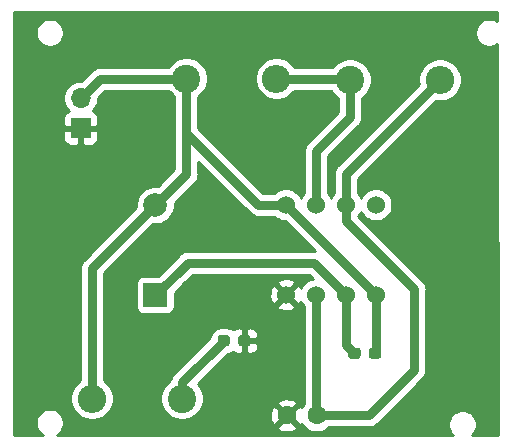
<source format=gtl>
%TF.GenerationSoftware,KiCad,Pcbnew,(5.1.6-0-10_14)*%
%TF.CreationDate,2020-08-16T13:25:12-04:00*%
%TF.ProjectId,solder_beep,736f6c64-6572-45f6-9265-65702e6b6963,rev?*%
%TF.SameCoordinates,Original*%
%TF.FileFunction,Copper,L1,Top*%
%TF.FilePolarity,Positive*%
%FSLAX46Y46*%
G04 Gerber Fmt 4.6, Leading zero omitted, Abs format (unit mm)*
G04 Created by KiCad (PCBNEW (5.1.6-0-10_14)) date 2020-08-16 13:25:12*
%MOMM*%
%LPD*%
G01*
G04 APERTURE LIST*
%TA.AperFunction,ComponentPad*%
%ADD10O,2.400000X2.400000*%
%TD*%
%TA.AperFunction,ComponentPad*%
%ADD11C,2.400000*%
%TD*%
%TA.AperFunction,ComponentPad*%
%ADD12C,1.600000*%
%TD*%
%TA.AperFunction,ComponentPad*%
%ADD13O,1.700000X1.700000*%
%TD*%
%TA.AperFunction,ComponentPad*%
%ADD14R,1.700000X1.700000*%
%TD*%
%TA.AperFunction,ComponentPad*%
%ADD15C,2.000000*%
%TD*%
%TA.AperFunction,ComponentPad*%
%ADD16R,2.000000X2.000000*%
%TD*%
%TA.AperFunction,ComponentPad*%
%ADD17C,1.524000*%
%TD*%
%TA.AperFunction,Conductor*%
%ADD18C,0.762000*%
%TD*%
%TA.AperFunction,Conductor*%
%ADD19C,0.254000*%
%TD*%
G04 APERTURE END LIST*
D10*
%TO.P,R2,2*%
%TO.N,VCC*%
X19354800Y-1346200D03*
D11*
%TO.P,R2,1*%
%TO.N,Net-(D2-Pad2)*%
X26974800Y-1346200D03*
%TD*%
D10*
%TO.P,R3,2*%
%TO.N,Net-(R1-Pad1)*%
X34975800Y25742900D03*
D11*
%TO.P,R3,1*%
%TO.N,VCC*%
X27355800Y25742900D03*
%TD*%
D10*
%TO.P,R1,2*%
%TO.N,Net-(C1-Pad1)*%
X48818800Y25641300D03*
D11*
%TO.P,R1,1*%
%TO.N,Net-(R1-Pad1)*%
X41198800Y25641300D03*
%TD*%
D12*
%TO.P,C1,2*%
%TO.N,GND*%
X35866700Y-2781300D03*
%TO.P,C1,1*%
%TO.N,Net-(C1-Pad1)*%
X38366700Y-2781300D03*
%TD*%
D13*
%TO.P,J1,2*%
%TO.N,VCC*%
X18402300Y24091900D03*
D14*
%TO.P,J1,1*%
%TO.N,GND*%
X18402300Y21551900D03*
%TD*%
D15*
%TO.P,BZ1,2*%
%TO.N,VCC*%
X24714200Y15029500D03*
D16*
%TO.P,BZ1,1*%
%TO.N,Net-(BZ1-Pad1)*%
X24714200Y7429500D03*
%TD*%
D17*
%TO.P,U1,8*%
%TO.N,VCC*%
X35775900Y15062200D03*
%TO.P,U1,7*%
%TO.N,Net-(R1-Pad1)*%
X38315900Y15062200D03*
%TO.P,U1,6*%
%TO.N,Net-(C1-Pad1)*%
X40855900Y15062200D03*
%TO.P,U1,5*%
%TO.N,Net-(U1-Pad5)*%
X43395900Y15062200D03*
%TO.P,U1,4*%
%TO.N,VCC*%
X43395900Y7442200D03*
%TO.P,U1,3*%
%TO.N,Net-(BZ1-Pad1)*%
X40855900Y7442200D03*
%TO.P,U1,2*%
%TO.N,Net-(C1-Pad1)*%
X38315900Y7442200D03*
%TO.P,U1,1*%
%TO.N,GND*%
X35775900Y7442200D03*
%TD*%
%TO.P,D2,2*%
%TO.N,Net-(D2-Pad2)*%
%TA.AperFunction,SMDPad,CuDef*%
G36*
G01*
X31031700Y3793500D02*
X31031700Y3318500D01*
G75*
G02*
X30794200Y3081000I-237500J0D01*
G01*
X30219200Y3081000D01*
G75*
G02*
X29981700Y3318500I0J237500D01*
G01*
X29981700Y3793500D01*
G75*
G02*
X30219200Y4031000I237500J0D01*
G01*
X30794200Y4031000D01*
G75*
G02*
X31031700Y3793500I0J-237500D01*
G01*
G37*
%TD.AperFunction*%
%TO.P,D2,1*%
%TO.N,GND*%
%TA.AperFunction,SMDPad,CuDef*%
G36*
G01*
X32781700Y3793500D02*
X32781700Y3318500D01*
G75*
G02*
X32544200Y3081000I-237500J0D01*
G01*
X31969200Y3081000D01*
G75*
G02*
X31731700Y3318500I0J237500D01*
G01*
X31731700Y3793500D01*
G75*
G02*
X31969200Y4031000I237500J0D01*
G01*
X32544200Y4031000D01*
G75*
G02*
X32781700Y3793500I0J-237500D01*
G01*
G37*
%TD.AperFunction*%
%TD*%
%TO.P,D1,2*%
%TO.N,Net-(BZ1-Pad1)*%
%TA.AperFunction,SMDPad,CuDef*%
G36*
G01*
X42093400Y2726700D02*
X42093400Y2251700D01*
G75*
G02*
X41855900Y2014200I-237500J0D01*
G01*
X41280900Y2014200D01*
G75*
G02*
X41043400Y2251700I0J237500D01*
G01*
X41043400Y2726700D01*
G75*
G02*
X41280900Y2964200I237500J0D01*
G01*
X41855900Y2964200D01*
G75*
G02*
X42093400Y2726700I0J-237500D01*
G01*
G37*
%TD.AperFunction*%
%TO.P,D1,1*%
%TO.N,VCC*%
%TA.AperFunction,SMDPad,CuDef*%
G36*
G01*
X43843400Y2726700D02*
X43843400Y2251700D01*
G75*
G02*
X43605900Y2014200I-237500J0D01*
G01*
X43030900Y2014200D01*
G75*
G02*
X42793400Y2251700I0J237500D01*
G01*
X42793400Y2726700D01*
G75*
G02*
X43030900Y2964200I237500J0D01*
G01*
X43605900Y2964200D01*
G75*
G02*
X43843400Y2726700I0J-237500D01*
G01*
G37*
%TD.AperFunction*%
%TD*%
D18*
%TO.N,VCC*%
X20053300Y25742900D02*
X18402300Y24091900D01*
X27355800Y25742900D02*
X20053300Y25742900D01*
X27355800Y17671100D02*
X24714200Y15029500D01*
X35775900Y15062200D02*
X33451800Y15062200D01*
X27355800Y21158200D02*
X27355800Y17671100D01*
X33451800Y15062200D02*
X27355800Y21158200D01*
X27355800Y25742900D02*
X27355800Y21158200D01*
X35775900Y15062200D02*
X43395900Y7442200D01*
X43395900Y2566700D02*
X43318400Y2489200D01*
X43395900Y7442200D02*
X43395900Y2566700D01*
X19354800Y9670100D02*
X24714200Y15029500D01*
X19354800Y-1346200D02*
X19354800Y9670100D01*
%TO.N,Net-(BZ1-Pad1)*%
X40855900Y3201700D02*
X41568400Y2489200D01*
X40855900Y7442200D02*
X40855900Y3201700D01*
X40855900Y7442200D02*
X38138100Y10160000D01*
X27444700Y10160000D02*
X24714200Y7429500D01*
X38138100Y10160000D02*
X27444700Y10160000D01*
%TO.N,Net-(D2-Pad2)*%
X26974800Y24100D02*
X30506700Y3556000D01*
X26974800Y-1346200D02*
X26974800Y24100D01*
%TO.N,Net-(C1-Pad1)*%
X40855900Y17678400D02*
X40855900Y15062200D01*
X48818800Y25641300D02*
X40855900Y17678400D01*
X38315900Y-2730500D02*
X38366700Y-2781300D01*
X38315900Y7442200D02*
X38315900Y-2730500D01*
X40855900Y15062200D02*
X40855900Y13690600D01*
X40855900Y13690600D02*
X46659800Y7886700D01*
X46659800Y4148050D02*
X46609000Y4097250D01*
X46659800Y7886700D02*
X46659800Y4148050D01*
X46609000Y4097250D02*
X46609000Y1041400D01*
X42786300Y-2781300D02*
X38366700Y-2781300D01*
X46609000Y1041400D02*
X42786300Y-2781300D01*
%TO.N,Net-(R1-Pad1)*%
X41097200Y25742900D02*
X41198800Y25641300D01*
X34975800Y25742900D02*
X41097200Y25742900D01*
X41198800Y25641300D02*
X41198800Y22479000D01*
X38315900Y19596100D02*
X38315900Y15062200D01*
X41198800Y22479000D02*
X38315900Y19596100D01*
%TD*%
D19*
%TO.N,GND*%
G36*
X53683751Y31370192D02*
G01*
X53684286Y30589379D01*
X53551789Y30677910D01*
X53333797Y30768206D01*
X53102377Y30814238D01*
X52866423Y30814238D01*
X52635003Y30768206D01*
X52417011Y30677910D01*
X52220823Y30546822D01*
X52053978Y30379977D01*
X51922890Y30183789D01*
X51832594Y29965797D01*
X51786562Y29734377D01*
X51786562Y29498423D01*
X51832594Y29267003D01*
X51922890Y29049011D01*
X52053978Y28852823D01*
X52220823Y28685978D01*
X52417011Y28554890D01*
X52635003Y28464594D01*
X52866423Y28418562D01*
X53102377Y28418562D01*
X53333797Y28464594D01*
X53551789Y28554890D01*
X53685619Y28644312D01*
X53708249Y-4394997D01*
X51564815Y-4396284D01*
X51654222Y-4306877D01*
X51785310Y-4110689D01*
X51875606Y-3892697D01*
X51921638Y-3661277D01*
X51921638Y-3425323D01*
X51875606Y-3193903D01*
X51785310Y-2975911D01*
X51654222Y-2779723D01*
X51487377Y-2612878D01*
X51291189Y-2481790D01*
X51073197Y-2391494D01*
X50841777Y-2345462D01*
X50605823Y-2345462D01*
X50374403Y-2391494D01*
X50156411Y-2481790D01*
X49960223Y-2612878D01*
X49793378Y-2779723D01*
X49662290Y-2975911D01*
X49571994Y-3193903D01*
X49525962Y-3425323D01*
X49525962Y-3661277D01*
X49571994Y-3892697D01*
X49662290Y-4110689D01*
X49793378Y-4306877D01*
X49883794Y-4397293D01*
X16405895Y-4417394D01*
X16549677Y-4321322D01*
X16716522Y-4154477D01*
X16847610Y-3958289D01*
X16923944Y-3774002D01*
X35053603Y-3774002D01*
X35125186Y-4017971D01*
X35380696Y-4138871D01*
X35654884Y-4207600D01*
X35937212Y-4221517D01*
X36216830Y-4180087D01*
X36482992Y-4084903D01*
X36608214Y-4017971D01*
X36679797Y-3774002D01*
X35866700Y-2960905D01*
X35053603Y-3774002D01*
X16923944Y-3774002D01*
X16937906Y-3740297D01*
X16983938Y-3508877D01*
X16983938Y-3272923D01*
X16937906Y-3041503D01*
X16847610Y-2823511D01*
X16716522Y-2627323D01*
X16549677Y-2460478D01*
X16353489Y-2329390D01*
X16135497Y-2239094D01*
X15904077Y-2193062D01*
X15668123Y-2193062D01*
X15436703Y-2239094D01*
X15218711Y-2329390D01*
X15022523Y-2460478D01*
X14855678Y-2627323D01*
X14724590Y-2823511D01*
X14634294Y-3041503D01*
X14588262Y-3272923D01*
X14588262Y-3508877D01*
X14634294Y-3740297D01*
X14724590Y-3958289D01*
X14855678Y-4154477D01*
X15022523Y-4321322D01*
X15167418Y-4418138D01*
X12725000Y-4419604D01*
X12725000Y20701900D01*
X16914228Y20701900D01*
X16926488Y20577418D01*
X16962798Y20457720D01*
X17021763Y20347406D01*
X17101115Y20250715D01*
X17197806Y20171363D01*
X17308120Y20112398D01*
X17427818Y20076088D01*
X17552300Y20063828D01*
X18116550Y20066900D01*
X18275300Y20225650D01*
X18275300Y21424900D01*
X18529300Y21424900D01*
X18529300Y20225650D01*
X18688050Y20066900D01*
X19252300Y20063828D01*
X19376782Y20076088D01*
X19496480Y20112398D01*
X19606794Y20171363D01*
X19703485Y20250715D01*
X19782837Y20347406D01*
X19841802Y20457720D01*
X19878112Y20577418D01*
X19890372Y20701900D01*
X19887300Y21266150D01*
X19728550Y21424900D01*
X18529300Y21424900D01*
X18275300Y21424900D01*
X17076050Y21424900D01*
X16917300Y21266150D01*
X16914228Y20701900D01*
X12725000Y20701900D01*
X12725000Y22401900D01*
X16914228Y22401900D01*
X16917300Y21837650D01*
X17076050Y21678900D01*
X18275300Y21678900D01*
X18275300Y21698900D01*
X18529300Y21698900D01*
X18529300Y21678900D01*
X19728550Y21678900D01*
X19887300Y21837650D01*
X19890372Y22401900D01*
X19878112Y22526382D01*
X19841802Y22646080D01*
X19782837Y22756394D01*
X19703485Y22853085D01*
X19606794Y22932437D01*
X19496480Y22991402D01*
X19423920Y23013413D01*
X19555775Y23145268D01*
X19718290Y23388489D01*
X19830232Y23658742D01*
X19887300Y23945640D01*
X19887300Y24140060D01*
X20474141Y24726900D01*
X25827733Y24726900D01*
X25930462Y24573156D01*
X26186056Y24317562D01*
X26339800Y24214833D01*
X26339801Y21208112D01*
X26334885Y21158200D01*
X26339800Y21108298D01*
X26339801Y18091942D01*
X24906200Y16658340D01*
X24875233Y16664500D01*
X24553167Y16664500D01*
X24237288Y16601668D01*
X23939737Y16478418D01*
X23671948Y16299487D01*
X23444213Y16071752D01*
X23265282Y15803963D01*
X23142032Y15506412D01*
X23079200Y15190533D01*
X23079200Y14868467D01*
X23085360Y14837500D01*
X18671668Y10423808D01*
X18632905Y10391996D01*
X18505941Y10237290D01*
X18411599Y10060787D01*
X18353502Y9869270D01*
X18333885Y9670100D01*
X18338801Y9620188D01*
X18338800Y181867D01*
X18185056Y79138D01*
X17929462Y-176456D01*
X17728644Y-477001D01*
X17590318Y-810950D01*
X17519800Y-1165468D01*
X17519800Y-1526932D01*
X17590318Y-1881450D01*
X17728644Y-2215399D01*
X17929462Y-2515944D01*
X18185056Y-2771538D01*
X18485601Y-2972356D01*
X18819550Y-3110682D01*
X19174068Y-3181200D01*
X19535532Y-3181200D01*
X19890050Y-3110682D01*
X20223999Y-2972356D01*
X20524544Y-2771538D01*
X20780138Y-2515944D01*
X20980956Y-2215399D01*
X21119282Y-1881450D01*
X21189800Y-1526932D01*
X21189800Y-1165468D01*
X25139800Y-1165468D01*
X25139800Y-1526932D01*
X25210318Y-1881450D01*
X25348644Y-2215399D01*
X25549462Y-2515944D01*
X25805056Y-2771538D01*
X26105601Y-2972356D01*
X26439550Y-3110682D01*
X26794068Y-3181200D01*
X27155532Y-3181200D01*
X27510050Y-3110682D01*
X27843999Y-2972356D01*
X28024405Y-2851812D01*
X34426483Y-2851812D01*
X34467913Y-3131430D01*
X34563097Y-3397592D01*
X34630029Y-3522814D01*
X34873998Y-3594397D01*
X35687095Y-2781300D01*
X34873998Y-1968203D01*
X34630029Y-2039786D01*
X34509129Y-2295296D01*
X34440400Y-2569484D01*
X34426483Y-2851812D01*
X28024405Y-2851812D01*
X28144544Y-2771538D01*
X28400138Y-2515944D01*
X28600956Y-2215399D01*
X28739282Y-1881450D01*
X28757751Y-1788598D01*
X35053603Y-1788598D01*
X35866700Y-2601695D01*
X36679797Y-1788598D01*
X36608214Y-1544629D01*
X36352704Y-1423729D01*
X36078516Y-1355000D01*
X35796188Y-1341083D01*
X35516570Y-1382513D01*
X35250408Y-1477697D01*
X35125186Y-1544629D01*
X35053603Y-1788598D01*
X28757751Y-1788598D01*
X28809800Y-1526932D01*
X28809800Y-1165468D01*
X28739282Y-810950D01*
X28600956Y-477001D01*
X28400138Y-176456D01*
X28305611Y-81929D01*
X30834431Y2446890D01*
X30965016Y2459752D01*
X31129267Y2509577D01*
X31280642Y2590488D01*
X31304539Y2610099D01*
X31377206Y2550463D01*
X31487520Y2491498D01*
X31607218Y2455188D01*
X31731700Y2442928D01*
X31970950Y2446000D01*
X32129700Y2604750D01*
X32129700Y3429000D01*
X32383700Y3429000D01*
X32383700Y2604750D01*
X32542450Y2446000D01*
X32781700Y2442928D01*
X32906182Y2455188D01*
X33025880Y2491498D01*
X33136194Y2550463D01*
X33232885Y2629815D01*
X33312237Y2726506D01*
X33371202Y2836820D01*
X33407512Y2956518D01*
X33419772Y3081000D01*
X33416700Y3270250D01*
X33257950Y3429000D01*
X32383700Y3429000D01*
X32129700Y3429000D01*
X32109700Y3429000D01*
X32109700Y3683000D01*
X32129700Y3683000D01*
X32129700Y4507250D01*
X32383700Y4507250D01*
X32383700Y3683000D01*
X33257950Y3683000D01*
X33416700Y3841750D01*
X33419772Y4031000D01*
X33407512Y4155482D01*
X33371202Y4275180D01*
X33312237Y4385494D01*
X33232885Y4482185D01*
X33136194Y4561537D01*
X33025880Y4620502D01*
X32906182Y4656812D01*
X32781700Y4669072D01*
X32542450Y4666000D01*
X32383700Y4507250D01*
X32129700Y4507250D01*
X31970950Y4666000D01*
X31731700Y4669072D01*
X31607218Y4656812D01*
X31487520Y4620502D01*
X31377206Y4561537D01*
X31304539Y4501901D01*
X31280642Y4521512D01*
X31129267Y4602423D01*
X30965016Y4652248D01*
X30794200Y4669072D01*
X30219200Y4669072D01*
X30048384Y4652248D01*
X29884133Y4602423D01*
X29732758Y4521512D01*
X29600077Y4412623D01*
X29491188Y4279942D01*
X29410277Y4128567D01*
X29360452Y3964316D01*
X29347590Y3833731D01*
X26291668Y777808D01*
X26252905Y745996D01*
X26125941Y591290D01*
X26063361Y474210D01*
X26031599Y414787D01*
X25973502Y223270D01*
X25970172Y189465D01*
X25805056Y79138D01*
X25549462Y-176456D01*
X25348644Y-477001D01*
X25210318Y-810950D01*
X25139800Y-1165468D01*
X21189800Y-1165468D01*
X21119282Y-810950D01*
X20980956Y-477001D01*
X20780138Y-176456D01*
X20524544Y79138D01*
X20370800Y181867D01*
X20370800Y9249260D01*
X24522200Y13400660D01*
X24553167Y13394500D01*
X24875233Y13394500D01*
X25191112Y13457332D01*
X25488663Y13580582D01*
X25756452Y13759513D01*
X25984187Y13987248D01*
X26163118Y14255037D01*
X26286368Y14552588D01*
X26349200Y14868467D01*
X26349200Y15190533D01*
X26343040Y15221500D01*
X28038933Y16917392D01*
X28077696Y16949204D01*
X28204660Y17103910D01*
X28299002Y17280413D01*
X28357098Y17471929D01*
X28371800Y17621198D01*
X28376715Y17671100D01*
X28371800Y17721002D01*
X28371800Y18705360D01*
X32698092Y14379067D01*
X32729904Y14340304D01*
X32884610Y14213340D01*
X32999632Y14151860D01*
X33061112Y14118998D01*
X33252629Y14060902D01*
X33451800Y14041285D01*
X33501702Y14046200D01*
X34816245Y14046200D01*
X34885365Y13977080D01*
X35114173Y13824195D01*
X35368410Y13718886D01*
X35638308Y13665200D01*
X35736060Y13665200D01*
X38229330Y11171929D01*
X38188002Y11176000D01*
X38138100Y11180915D01*
X38088198Y11176000D01*
X27494601Y11176000D01*
X27444699Y11180915D01*
X27245529Y11161298D01*
X27054013Y11103202D01*
X26877510Y11008860D01*
X26722804Y10881896D01*
X26690992Y10843133D01*
X24915432Y9067572D01*
X23714200Y9067572D01*
X23589718Y9055312D01*
X23470020Y9019002D01*
X23359706Y8960037D01*
X23263015Y8880685D01*
X23183663Y8783994D01*
X23124698Y8673680D01*
X23088388Y8553982D01*
X23076128Y8429500D01*
X23076128Y6429500D01*
X23088388Y6305018D01*
X23124698Y6185320D01*
X23183663Y6075006D01*
X23263015Y5978315D01*
X23359706Y5898963D01*
X23470020Y5839998D01*
X23589718Y5803688D01*
X23714200Y5791428D01*
X25714200Y5791428D01*
X25838682Y5803688D01*
X25958380Y5839998D01*
X26068694Y5898963D01*
X26165385Y5978315D01*
X26244737Y6075006D01*
X26303702Y6185320D01*
X26340012Y6305018D01*
X26352272Y6429500D01*
X26352272Y6476635D01*
X34989940Y6476635D01*
X35056920Y6236544D01*
X35305948Y6119444D01*
X35573035Y6053177D01*
X35847917Y6040290D01*
X36120033Y6081278D01*
X36378923Y6174564D01*
X36494880Y6236544D01*
X36561860Y6476635D01*
X35775900Y7262595D01*
X34989940Y6476635D01*
X26352272Y6476635D01*
X26352272Y7370183D01*
X34373990Y7370183D01*
X34414978Y7098067D01*
X34508264Y6839177D01*
X34570244Y6723220D01*
X34810335Y6656240D01*
X35596295Y7442200D01*
X34810335Y8228160D01*
X34570244Y8161180D01*
X34453144Y7912152D01*
X34386877Y7645065D01*
X34373990Y7370183D01*
X26352272Y7370183D01*
X26352272Y7630732D01*
X27129305Y8407765D01*
X34989940Y8407765D01*
X35775900Y7621805D01*
X36561860Y8407765D01*
X36494880Y8647856D01*
X36245852Y8764956D01*
X35978765Y8831223D01*
X35703883Y8844110D01*
X35431767Y8803122D01*
X35172877Y8709836D01*
X35056920Y8647856D01*
X34989940Y8407765D01*
X27129305Y8407765D01*
X27865541Y9144000D01*
X37717260Y9144000D01*
X38047983Y8813277D01*
X37908410Y8785514D01*
X37654173Y8680205D01*
X37425365Y8527320D01*
X37230780Y8332735D01*
X37077895Y8103927D01*
X37048208Y8032257D01*
X37043536Y8045223D01*
X36981556Y8161180D01*
X36741465Y8228160D01*
X35955505Y7442200D01*
X36741465Y6656240D01*
X36981556Y6723220D01*
X37045385Y6858960D01*
X37077895Y6780473D01*
X37230780Y6551665D01*
X37299900Y6482545D01*
X37299901Y-1818703D01*
X37252063Y-1866541D01*
X37118008Y-2067169D01*
X37103371Y-2039786D01*
X36859402Y-1968203D01*
X36046305Y-2781300D01*
X36859402Y-3594397D01*
X37103371Y-3522814D01*
X37117024Y-3493959D01*
X37252063Y-3696059D01*
X37451941Y-3895937D01*
X37686973Y-4052980D01*
X37948126Y-4161153D01*
X38225365Y-4216300D01*
X38508035Y-4216300D01*
X38785274Y-4161153D01*
X39046427Y-4052980D01*
X39281459Y-3895937D01*
X39380096Y-3797300D01*
X42736398Y-3797300D01*
X42786300Y-3802215D01*
X42836202Y-3797300D01*
X42985471Y-3782598D01*
X43176987Y-3724502D01*
X43353490Y-3630160D01*
X43508196Y-3503196D01*
X43540012Y-3464428D01*
X47292133Y287692D01*
X47330896Y319504D01*
X47457860Y474210D01*
X47552202Y650713D01*
X47610298Y842229D01*
X47625000Y991498D01*
X47625000Y991505D01*
X47629914Y1041399D01*
X47625000Y1091293D01*
X47625000Y3829880D01*
X47661098Y3948879D01*
X47675800Y4098148D01*
X47680715Y4148049D01*
X47675800Y4197951D01*
X47675800Y7836799D01*
X47680715Y7886701D01*
X47661098Y8085871D01*
X47638253Y8161180D01*
X47603002Y8277387D01*
X47508660Y8453890D01*
X47381696Y8608596D01*
X47342933Y8640408D01*
X41876348Y14106993D01*
X41941020Y14171665D01*
X42093905Y14400473D01*
X42125900Y14477715D01*
X42157895Y14400473D01*
X42310780Y14171665D01*
X42505365Y13977080D01*
X42734173Y13824195D01*
X42988410Y13718886D01*
X43258308Y13665200D01*
X43533492Y13665200D01*
X43803390Y13718886D01*
X44057627Y13824195D01*
X44286435Y13977080D01*
X44481020Y14171665D01*
X44633905Y14400473D01*
X44739214Y14654710D01*
X44792900Y14924608D01*
X44792900Y15199792D01*
X44739214Y15469690D01*
X44633905Y15723927D01*
X44481020Y15952735D01*
X44286435Y16147320D01*
X44057627Y16300205D01*
X43803390Y16405514D01*
X43533492Y16459200D01*
X43258308Y16459200D01*
X42988410Y16405514D01*
X42734173Y16300205D01*
X42505365Y16147320D01*
X42310780Y15952735D01*
X42157895Y15723927D01*
X42125900Y15646685D01*
X42093905Y15723927D01*
X41941020Y15952735D01*
X41871900Y16021855D01*
X41871900Y17257560D01*
X48456714Y23842373D01*
X48638068Y23806300D01*
X48999532Y23806300D01*
X49354050Y23876818D01*
X49687999Y24015144D01*
X49988544Y24215962D01*
X50244138Y24471556D01*
X50444956Y24772101D01*
X50583282Y25106050D01*
X50653800Y25460568D01*
X50653800Y25822032D01*
X50583282Y26176550D01*
X50444956Y26510499D01*
X50244138Y26811044D01*
X49988544Y27066638D01*
X49687999Y27267456D01*
X49354050Y27405782D01*
X48999532Y27476300D01*
X48638068Y27476300D01*
X48283550Y27405782D01*
X47949601Y27267456D01*
X47649056Y27066638D01*
X47393462Y26811044D01*
X47192644Y26510499D01*
X47054318Y26176550D01*
X46983800Y25822032D01*
X46983800Y25460568D01*
X47019873Y25279214D01*
X40172772Y18432112D01*
X40134004Y18400296D01*
X40007040Y18245590D01*
X39912698Y18069086D01*
X39854602Y17877571D01*
X39854602Y17877570D01*
X39834985Y17678400D01*
X39839900Y17628498D01*
X39839901Y16021856D01*
X39770780Y15952735D01*
X39617895Y15723927D01*
X39585900Y15646685D01*
X39553905Y15723927D01*
X39401020Y15952735D01*
X39331900Y16021855D01*
X39331900Y19175260D01*
X41881933Y21725292D01*
X41920696Y21757104D01*
X42047660Y21911810D01*
X42142002Y22088313D01*
X42200098Y22279829D01*
X42214800Y22429098D01*
X42214800Y22429105D01*
X42219714Y22478999D01*
X42214800Y22528893D01*
X42214800Y24113233D01*
X42368544Y24215962D01*
X42624138Y24471556D01*
X42824956Y24772101D01*
X42963282Y25106050D01*
X43033800Y25460568D01*
X43033800Y25822032D01*
X42963282Y26176550D01*
X42824956Y26510499D01*
X42624138Y26811044D01*
X42368544Y27066638D01*
X42067999Y27267456D01*
X41734050Y27405782D01*
X41379532Y27476300D01*
X41018068Y27476300D01*
X40663550Y27405782D01*
X40329601Y27267456D01*
X40029056Y27066638D01*
X39773462Y26811044D01*
X39738620Y26758900D01*
X36503867Y26758900D01*
X36401138Y26912644D01*
X36145544Y27168238D01*
X35844999Y27369056D01*
X35511050Y27507382D01*
X35156532Y27577900D01*
X34795068Y27577900D01*
X34440550Y27507382D01*
X34106601Y27369056D01*
X33806056Y27168238D01*
X33550462Y26912644D01*
X33349644Y26612099D01*
X33211318Y26278150D01*
X33140800Y25923632D01*
X33140800Y25562168D01*
X33211318Y25207650D01*
X33349644Y24873701D01*
X33550462Y24573156D01*
X33806056Y24317562D01*
X34106601Y24116744D01*
X34440550Y23978418D01*
X34795068Y23907900D01*
X35156532Y23907900D01*
X35511050Y23978418D01*
X35844999Y24116744D01*
X36145544Y24317562D01*
X36401138Y24573156D01*
X36503867Y24726900D01*
X39602846Y24726900D01*
X39773462Y24471556D01*
X40029056Y24215962D01*
X40182800Y24113233D01*
X40182801Y22899842D01*
X37632772Y20349812D01*
X37594004Y20317996D01*
X37467040Y20163290D01*
X37372698Y19986786D01*
X37314602Y19795271D01*
X37314602Y19795270D01*
X37294985Y19596100D01*
X37299900Y19546198D01*
X37299901Y16021856D01*
X37230780Y15952735D01*
X37077895Y15723927D01*
X37045900Y15646685D01*
X37013905Y15723927D01*
X36861020Y15952735D01*
X36666435Y16147320D01*
X36437627Y16300205D01*
X36183390Y16405514D01*
X35913492Y16459200D01*
X35638308Y16459200D01*
X35368410Y16405514D01*
X35114173Y16300205D01*
X34885365Y16147320D01*
X34816245Y16078200D01*
X33872641Y16078200D01*
X28371800Y21579040D01*
X28371800Y24214833D01*
X28525544Y24317562D01*
X28781138Y24573156D01*
X28981956Y24873701D01*
X29120282Y25207650D01*
X29190800Y25562168D01*
X29190800Y25923632D01*
X29120282Y26278150D01*
X28981956Y26612099D01*
X28781138Y26912644D01*
X28525544Y27168238D01*
X28224999Y27369056D01*
X27891050Y27507382D01*
X27536532Y27577900D01*
X27175068Y27577900D01*
X26820550Y27507382D01*
X26486601Y27369056D01*
X26186056Y27168238D01*
X25930462Y26912644D01*
X25827733Y26758900D01*
X20103202Y26758900D01*
X20053300Y26763815D01*
X20003398Y26758900D01*
X19854129Y26744198D01*
X19662613Y26686102D01*
X19486110Y26591760D01*
X19331404Y26464796D01*
X19299592Y26426033D01*
X18450460Y25576900D01*
X18256040Y25576900D01*
X17969142Y25519832D01*
X17698889Y25407890D01*
X17455668Y25245375D01*
X17248825Y25038532D01*
X17086310Y24795311D01*
X16974368Y24525058D01*
X16917300Y24238160D01*
X16917300Y23945640D01*
X16974368Y23658742D01*
X17086310Y23388489D01*
X17248825Y23145268D01*
X17380680Y23013413D01*
X17308120Y22991402D01*
X17197806Y22932437D01*
X17101115Y22853085D01*
X17021763Y22756394D01*
X16962798Y22646080D01*
X16926488Y22526382D01*
X16914228Y22401900D01*
X12725000Y22401900D01*
X12725000Y29747077D01*
X14588262Y29747077D01*
X14588262Y29511123D01*
X14634294Y29279703D01*
X14724590Y29061711D01*
X14855678Y28865523D01*
X15022523Y28698678D01*
X15218711Y28567590D01*
X15436703Y28477294D01*
X15668123Y28431262D01*
X15904077Y28431262D01*
X16135497Y28477294D01*
X16353489Y28567590D01*
X16549677Y28698678D01*
X16716522Y28865523D01*
X16847610Y29061711D01*
X16937906Y29279703D01*
X16983938Y29511123D01*
X16983938Y29747077D01*
X16937906Y29978497D01*
X16847610Y30196489D01*
X16716522Y30392677D01*
X16549677Y30559522D01*
X16353489Y30690610D01*
X16135497Y30780906D01*
X15904077Y30826938D01*
X15668123Y30826938D01*
X15436703Y30780906D01*
X15218711Y30690610D01*
X15022523Y30559522D01*
X14855678Y30392677D01*
X14724590Y30196489D01*
X14634294Y29978497D01*
X14588262Y29747077D01*
X12725000Y29747077D01*
X12725000Y31419407D01*
X53683751Y31370192D01*
G37*
X53683751Y31370192D02*
X53684286Y30589379D01*
X53551789Y30677910D01*
X53333797Y30768206D01*
X53102377Y30814238D01*
X52866423Y30814238D01*
X52635003Y30768206D01*
X52417011Y30677910D01*
X52220823Y30546822D01*
X52053978Y30379977D01*
X51922890Y30183789D01*
X51832594Y29965797D01*
X51786562Y29734377D01*
X51786562Y29498423D01*
X51832594Y29267003D01*
X51922890Y29049011D01*
X52053978Y28852823D01*
X52220823Y28685978D01*
X52417011Y28554890D01*
X52635003Y28464594D01*
X52866423Y28418562D01*
X53102377Y28418562D01*
X53333797Y28464594D01*
X53551789Y28554890D01*
X53685619Y28644312D01*
X53708249Y-4394997D01*
X51564815Y-4396284D01*
X51654222Y-4306877D01*
X51785310Y-4110689D01*
X51875606Y-3892697D01*
X51921638Y-3661277D01*
X51921638Y-3425323D01*
X51875606Y-3193903D01*
X51785310Y-2975911D01*
X51654222Y-2779723D01*
X51487377Y-2612878D01*
X51291189Y-2481790D01*
X51073197Y-2391494D01*
X50841777Y-2345462D01*
X50605823Y-2345462D01*
X50374403Y-2391494D01*
X50156411Y-2481790D01*
X49960223Y-2612878D01*
X49793378Y-2779723D01*
X49662290Y-2975911D01*
X49571994Y-3193903D01*
X49525962Y-3425323D01*
X49525962Y-3661277D01*
X49571994Y-3892697D01*
X49662290Y-4110689D01*
X49793378Y-4306877D01*
X49883794Y-4397293D01*
X16405895Y-4417394D01*
X16549677Y-4321322D01*
X16716522Y-4154477D01*
X16847610Y-3958289D01*
X16923944Y-3774002D01*
X35053603Y-3774002D01*
X35125186Y-4017971D01*
X35380696Y-4138871D01*
X35654884Y-4207600D01*
X35937212Y-4221517D01*
X36216830Y-4180087D01*
X36482992Y-4084903D01*
X36608214Y-4017971D01*
X36679797Y-3774002D01*
X35866700Y-2960905D01*
X35053603Y-3774002D01*
X16923944Y-3774002D01*
X16937906Y-3740297D01*
X16983938Y-3508877D01*
X16983938Y-3272923D01*
X16937906Y-3041503D01*
X16847610Y-2823511D01*
X16716522Y-2627323D01*
X16549677Y-2460478D01*
X16353489Y-2329390D01*
X16135497Y-2239094D01*
X15904077Y-2193062D01*
X15668123Y-2193062D01*
X15436703Y-2239094D01*
X15218711Y-2329390D01*
X15022523Y-2460478D01*
X14855678Y-2627323D01*
X14724590Y-2823511D01*
X14634294Y-3041503D01*
X14588262Y-3272923D01*
X14588262Y-3508877D01*
X14634294Y-3740297D01*
X14724590Y-3958289D01*
X14855678Y-4154477D01*
X15022523Y-4321322D01*
X15167418Y-4418138D01*
X12725000Y-4419604D01*
X12725000Y20701900D01*
X16914228Y20701900D01*
X16926488Y20577418D01*
X16962798Y20457720D01*
X17021763Y20347406D01*
X17101115Y20250715D01*
X17197806Y20171363D01*
X17308120Y20112398D01*
X17427818Y20076088D01*
X17552300Y20063828D01*
X18116550Y20066900D01*
X18275300Y20225650D01*
X18275300Y21424900D01*
X18529300Y21424900D01*
X18529300Y20225650D01*
X18688050Y20066900D01*
X19252300Y20063828D01*
X19376782Y20076088D01*
X19496480Y20112398D01*
X19606794Y20171363D01*
X19703485Y20250715D01*
X19782837Y20347406D01*
X19841802Y20457720D01*
X19878112Y20577418D01*
X19890372Y20701900D01*
X19887300Y21266150D01*
X19728550Y21424900D01*
X18529300Y21424900D01*
X18275300Y21424900D01*
X17076050Y21424900D01*
X16917300Y21266150D01*
X16914228Y20701900D01*
X12725000Y20701900D01*
X12725000Y22401900D01*
X16914228Y22401900D01*
X16917300Y21837650D01*
X17076050Y21678900D01*
X18275300Y21678900D01*
X18275300Y21698900D01*
X18529300Y21698900D01*
X18529300Y21678900D01*
X19728550Y21678900D01*
X19887300Y21837650D01*
X19890372Y22401900D01*
X19878112Y22526382D01*
X19841802Y22646080D01*
X19782837Y22756394D01*
X19703485Y22853085D01*
X19606794Y22932437D01*
X19496480Y22991402D01*
X19423920Y23013413D01*
X19555775Y23145268D01*
X19718290Y23388489D01*
X19830232Y23658742D01*
X19887300Y23945640D01*
X19887300Y24140060D01*
X20474141Y24726900D01*
X25827733Y24726900D01*
X25930462Y24573156D01*
X26186056Y24317562D01*
X26339800Y24214833D01*
X26339801Y21208112D01*
X26334885Y21158200D01*
X26339800Y21108298D01*
X26339801Y18091942D01*
X24906200Y16658340D01*
X24875233Y16664500D01*
X24553167Y16664500D01*
X24237288Y16601668D01*
X23939737Y16478418D01*
X23671948Y16299487D01*
X23444213Y16071752D01*
X23265282Y15803963D01*
X23142032Y15506412D01*
X23079200Y15190533D01*
X23079200Y14868467D01*
X23085360Y14837500D01*
X18671668Y10423808D01*
X18632905Y10391996D01*
X18505941Y10237290D01*
X18411599Y10060787D01*
X18353502Y9869270D01*
X18333885Y9670100D01*
X18338801Y9620188D01*
X18338800Y181867D01*
X18185056Y79138D01*
X17929462Y-176456D01*
X17728644Y-477001D01*
X17590318Y-810950D01*
X17519800Y-1165468D01*
X17519800Y-1526932D01*
X17590318Y-1881450D01*
X17728644Y-2215399D01*
X17929462Y-2515944D01*
X18185056Y-2771538D01*
X18485601Y-2972356D01*
X18819550Y-3110682D01*
X19174068Y-3181200D01*
X19535532Y-3181200D01*
X19890050Y-3110682D01*
X20223999Y-2972356D01*
X20524544Y-2771538D01*
X20780138Y-2515944D01*
X20980956Y-2215399D01*
X21119282Y-1881450D01*
X21189800Y-1526932D01*
X21189800Y-1165468D01*
X25139800Y-1165468D01*
X25139800Y-1526932D01*
X25210318Y-1881450D01*
X25348644Y-2215399D01*
X25549462Y-2515944D01*
X25805056Y-2771538D01*
X26105601Y-2972356D01*
X26439550Y-3110682D01*
X26794068Y-3181200D01*
X27155532Y-3181200D01*
X27510050Y-3110682D01*
X27843999Y-2972356D01*
X28024405Y-2851812D01*
X34426483Y-2851812D01*
X34467913Y-3131430D01*
X34563097Y-3397592D01*
X34630029Y-3522814D01*
X34873998Y-3594397D01*
X35687095Y-2781300D01*
X34873998Y-1968203D01*
X34630029Y-2039786D01*
X34509129Y-2295296D01*
X34440400Y-2569484D01*
X34426483Y-2851812D01*
X28024405Y-2851812D01*
X28144544Y-2771538D01*
X28400138Y-2515944D01*
X28600956Y-2215399D01*
X28739282Y-1881450D01*
X28757751Y-1788598D01*
X35053603Y-1788598D01*
X35866700Y-2601695D01*
X36679797Y-1788598D01*
X36608214Y-1544629D01*
X36352704Y-1423729D01*
X36078516Y-1355000D01*
X35796188Y-1341083D01*
X35516570Y-1382513D01*
X35250408Y-1477697D01*
X35125186Y-1544629D01*
X35053603Y-1788598D01*
X28757751Y-1788598D01*
X28809800Y-1526932D01*
X28809800Y-1165468D01*
X28739282Y-810950D01*
X28600956Y-477001D01*
X28400138Y-176456D01*
X28305611Y-81929D01*
X30834431Y2446890D01*
X30965016Y2459752D01*
X31129267Y2509577D01*
X31280642Y2590488D01*
X31304539Y2610099D01*
X31377206Y2550463D01*
X31487520Y2491498D01*
X31607218Y2455188D01*
X31731700Y2442928D01*
X31970950Y2446000D01*
X32129700Y2604750D01*
X32129700Y3429000D01*
X32383700Y3429000D01*
X32383700Y2604750D01*
X32542450Y2446000D01*
X32781700Y2442928D01*
X32906182Y2455188D01*
X33025880Y2491498D01*
X33136194Y2550463D01*
X33232885Y2629815D01*
X33312237Y2726506D01*
X33371202Y2836820D01*
X33407512Y2956518D01*
X33419772Y3081000D01*
X33416700Y3270250D01*
X33257950Y3429000D01*
X32383700Y3429000D01*
X32129700Y3429000D01*
X32109700Y3429000D01*
X32109700Y3683000D01*
X32129700Y3683000D01*
X32129700Y4507250D01*
X32383700Y4507250D01*
X32383700Y3683000D01*
X33257950Y3683000D01*
X33416700Y3841750D01*
X33419772Y4031000D01*
X33407512Y4155482D01*
X33371202Y4275180D01*
X33312237Y4385494D01*
X33232885Y4482185D01*
X33136194Y4561537D01*
X33025880Y4620502D01*
X32906182Y4656812D01*
X32781700Y4669072D01*
X32542450Y4666000D01*
X32383700Y4507250D01*
X32129700Y4507250D01*
X31970950Y4666000D01*
X31731700Y4669072D01*
X31607218Y4656812D01*
X31487520Y4620502D01*
X31377206Y4561537D01*
X31304539Y4501901D01*
X31280642Y4521512D01*
X31129267Y4602423D01*
X30965016Y4652248D01*
X30794200Y4669072D01*
X30219200Y4669072D01*
X30048384Y4652248D01*
X29884133Y4602423D01*
X29732758Y4521512D01*
X29600077Y4412623D01*
X29491188Y4279942D01*
X29410277Y4128567D01*
X29360452Y3964316D01*
X29347590Y3833731D01*
X26291668Y777808D01*
X26252905Y745996D01*
X26125941Y591290D01*
X26063361Y474210D01*
X26031599Y414787D01*
X25973502Y223270D01*
X25970172Y189465D01*
X25805056Y79138D01*
X25549462Y-176456D01*
X25348644Y-477001D01*
X25210318Y-810950D01*
X25139800Y-1165468D01*
X21189800Y-1165468D01*
X21119282Y-810950D01*
X20980956Y-477001D01*
X20780138Y-176456D01*
X20524544Y79138D01*
X20370800Y181867D01*
X20370800Y9249260D01*
X24522200Y13400660D01*
X24553167Y13394500D01*
X24875233Y13394500D01*
X25191112Y13457332D01*
X25488663Y13580582D01*
X25756452Y13759513D01*
X25984187Y13987248D01*
X26163118Y14255037D01*
X26286368Y14552588D01*
X26349200Y14868467D01*
X26349200Y15190533D01*
X26343040Y15221500D01*
X28038933Y16917392D01*
X28077696Y16949204D01*
X28204660Y17103910D01*
X28299002Y17280413D01*
X28357098Y17471929D01*
X28371800Y17621198D01*
X28376715Y17671100D01*
X28371800Y17721002D01*
X28371800Y18705360D01*
X32698092Y14379067D01*
X32729904Y14340304D01*
X32884610Y14213340D01*
X32999632Y14151860D01*
X33061112Y14118998D01*
X33252629Y14060902D01*
X33451800Y14041285D01*
X33501702Y14046200D01*
X34816245Y14046200D01*
X34885365Y13977080D01*
X35114173Y13824195D01*
X35368410Y13718886D01*
X35638308Y13665200D01*
X35736060Y13665200D01*
X38229330Y11171929D01*
X38188002Y11176000D01*
X38138100Y11180915D01*
X38088198Y11176000D01*
X27494601Y11176000D01*
X27444699Y11180915D01*
X27245529Y11161298D01*
X27054013Y11103202D01*
X26877510Y11008860D01*
X26722804Y10881896D01*
X26690992Y10843133D01*
X24915432Y9067572D01*
X23714200Y9067572D01*
X23589718Y9055312D01*
X23470020Y9019002D01*
X23359706Y8960037D01*
X23263015Y8880685D01*
X23183663Y8783994D01*
X23124698Y8673680D01*
X23088388Y8553982D01*
X23076128Y8429500D01*
X23076128Y6429500D01*
X23088388Y6305018D01*
X23124698Y6185320D01*
X23183663Y6075006D01*
X23263015Y5978315D01*
X23359706Y5898963D01*
X23470020Y5839998D01*
X23589718Y5803688D01*
X23714200Y5791428D01*
X25714200Y5791428D01*
X25838682Y5803688D01*
X25958380Y5839998D01*
X26068694Y5898963D01*
X26165385Y5978315D01*
X26244737Y6075006D01*
X26303702Y6185320D01*
X26340012Y6305018D01*
X26352272Y6429500D01*
X26352272Y6476635D01*
X34989940Y6476635D01*
X35056920Y6236544D01*
X35305948Y6119444D01*
X35573035Y6053177D01*
X35847917Y6040290D01*
X36120033Y6081278D01*
X36378923Y6174564D01*
X36494880Y6236544D01*
X36561860Y6476635D01*
X35775900Y7262595D01*
X34989940Y6476635D01*
X26352272Y6476635D01*
X26352272Y7370183D01*
X34373990Y7370183D01*
X34414978Y7098067D01*
X34508264Y6839177D01*
X34570244Y6723220D01*
X34810335Y6656240D01*
X35596295Y7442200D01*
X34810335Y8228160D01*
X34570244Y8161180D01*
X34453144Y7912152D01*
X34386877Y7645065D01*
X34373990Y7370183D01*
X26352272Y7370183D01*
X26352272Y7630732D01*
X27129305Y8407765D01*
X34989940Y8407765D01*
X35775900Y7621805D01*
X36561860Y8407765D01*
X36494880Y8647856D01*
X36245852Y8764956D01*
X35978765Y8831223D01*
X35703883Y8844110D01*
X35431767Y8803122D01*
X35172877Y8709836D01*
X35056920Y8647856D01*
X34989940Y8407765D01*
X27129305Y8407765D01*
X27865541Y9144000D01*
X37717260Y9144000D01*
X38047983Y8813277D01*
X37908410Y8785514D01*
X37654173Y8680205D01*
X37425365Y8527320D01*
X37230780Y8332735D01*
X37077895Y8103927D01*
X37048208Y8032257D01*
X37043536Y8045223D01*
X36981556Y8161180D01*
X36741465Y8228160D01*
X35955505Y7442200D01*
X36741465Y6656240D01*
X36981556Y6723220D01*
X37045385Y6858960D01*
X37077895Y6780473D01*
X37230780Y6551665D01*
X37299900Y6482545D01*
X37299901Y-1818703D01*
X37252063Y-1866541D01*
X37118008Y-2067169D01*
X37103371Y-2039786D01*
X36859402Y-1968203D01*
X36046305Y-2781300D01*
X36859402Y-3594397D01*
X37103371Y-3522814D01*
X37117024Y-3493959D01*
X37252063Y-3696059D01*
X37451941Y-3895937D01*
X37686973Y-4052980D01*
X37948126Y-4161153D01*
X38225365Y-4216300D01*
X38508035Y-4216300D01*
X38785274Y-4161153D01*
X39046427Y-4052980D01*
X39281459Y-3895937D01*
X39380096Y-3797300D01*
X42736398Y-3797300D01*
X42786300Y-3802215D01*
X42836202Y-3797300D01*
X42985471Y-3782598D01*
X43176987Y-3724502D01*
X43353490Y-3630160D01*
X43508196Y-3503196D01*
X43540012Y-3464428D01*
X47292133Y287692D01*
X47330896Y319504D01*
X47457860Y474210D01*
X47552202Y650713D01*
X47610298Y842229D01*
X47625000Y991498D01*
X47625000Y991505D01*
X47629914Y1041399D01*
X47625000Y1091293D01*
X47625000Y3829880D01*
X47661098Y3948879D01*
X47675800Y4098148D01*
X47680715Y4148049D01*
X47675800Y4197951D01*
X47675800Y7836799D01*
X47680715Y7886701D01*
X47661098Y8085871D01*
X47638253Y8161180D01*
X47603002Y8277387D01*
X47508660Y8453890D01*
X47381696Y8608596D01*
X47342933Y8640408D01*
X41876348Y14106993D01*
X41941020Y14171665D01*
X42093905Y14400473D01*
X42125900Y14477715D01*
X42157895Y14400473D01*
X42310780Y14171665D01*
X42505365Y13977080D01*
X42734173Y13824195D01*
X42988410Y13718886D01*
X43258308Y13665200D01*
X43533492Y13665200D01*
X43803390Y13718886D01*
X44057627Y13824195D01*
X44286435Y13977080D01*
X44481020Y14171665D01*
X44633905Y14400473D01*
X44739214Y14654710D01*
X44792900Y14924608D01*
X44792900Y15199792D01*
X44739214Y15469690D01*
X44633905Y15723927D01*
X44481020Y15952735D01*
X44286435Y16147320D01*
X44057627Y16300205D01*
X43803390Y16405514D01*
X43533492Y16459200D01*
X43258308Y16459200D01*
X42988410Y16405514D01*
X42734173Y16300205D01*
X42505365Y16147320D01*
X42310780Y15952735D01*
X42157895Y15723927D01*
X42125900Y15646685D01*
X42093905Y15723927D01*
X41941020Y15952735D01*
X41871900Y16021855D01*
X41871900Y17257560D01*
X48456714Y23842373D01*
X48638068Y23806300D01*
X48999532Y23806300D01*
X49354050Y23876818D01*
X49687999Y24015144D01*
X49988544Y24215962D01*
X50244138Y24471556D01*
X50444956Y24772101D01*
X50583282Y25106050D01*
X50653800Y25460568D01*
X50653800Y25822032D01*
X50583282Y26176550D01*
X50444956Y26510499D01*
X50244138Y26811044D01*
X49988544Y27066638D01*
X49687999Y27267456D01*
X49354050Y27405782D01*
X48999532Y27476300D01*
X48638068Y27476300D01*
X48283550Y27405782D01*
X47949601Y27267456D01*
X47649056Y27066638D01*
X47393462Y26811044D01*
X47192644Y26510499D01*
X47054318Y26176550D01*
X46983800Y25822032D01*
X46983800Y25460568D01*
X47019873Y25279214D01*
X40172772Y18432112D01*
X40134004Y18400296D01*
X40007040Y18245590D01*
X39912698Y18069086D01*
X39854602Y17877571D01*
X39854602Y17877570D01*
X39834985Y17678400D01*
X39839900Y17628498D01*
X39839901Y16021856D01*
X39770780Y15952735D01*
X39617895Y15723927D01*
X39585900Y15646685D01*
X39553905Y15723927D01*
X39401020Y15952735D01*
X39331900Y16021855D01*
X39331900Y19175260D01*
X41881933Y21725292D01*
X41920696Y21757104D01*
X42047660Y21911810D01*
X42142002Y22088313D01*
X42200098Y22279829D01*
X42214800Y22429098D01*
X42214800Y22429105D01*
X42219714Y22478999D01*
X42214800Y22528893D01*
X42214800Y24113233D01*
X42368544Y24215962D01*
X42624138Y24471556D01*
X42824956Y24772101D01*
X42963282Y25106050D01*
X43033800Y25460568D01*
X43033800Y25822032D01*
X42963282Y26176550D01*
X42824956Y26510499D01*
X42624138Y26811044D01*
X42368544Y27066638D01*
X42067999Y27267456D01*
X41734050Y27405782D01*
X41379532Y27476300D01*
X41018068Y27476300D01*
X40663550Y27405782D01*
X40329601Y27267456D01*
X40029056Y27066638D01*
X39773462Y26811044D01*
X39738620Y26758900D01*
X36503867Y26758900D01*
X36401138Y26912644D01*
X36145544Y27168238D01*
X35844999Y27369056D01*
X35511050Y27507382D01*
X35156532Y27577900D01*
X34795068Y27577900D01*
X34440550Y27507382D01*
X34106601Y27369056D01*
X33806056Y27168238D01*
X33550462Y26912644D01*
X33349644Y26612099D01*
X33211318Y26278150D01*
X33140800Y25923632D01*
X33140800Y25562168D01*
X33211318Y25207650D01*
X33349644Y24873701D01*
X33550462Y24573156D01*
X33806056Y24317562D01*
X34106601Y24116744D01*
X34440550Y23978418D01*
X34795068Y23907900D01*
X35156532Y23907900D01*
X35511050Y23978418D01*
X35844999Y24116744D01*
X36145544Y24317562D01*
X36401138Y24573156D01*
X36503867Y24726900D01*
X39602846Y24726900D01*
X39773462Y24471556D01*
X40029056Y24215962D01*
X40182800Y24113233D01*
X40182801Y22899842D01*
X37632772Y20349812D01*
X37594004Y20317996D01*
X37467040Y20163290D01*
X37372698Y19986786D01*
X37314602Y19795271D01*
X37314602Y19795270D01*
X37294985Y19596100D01*
X37299900Y19546198D01*
X37299901Y16021856D01*
X37230780Y15952735D01*
X37077895Y15723927D01*
X37045900Y15646685D01*
X37013905Y15723927D01*
X36861020Y15952735D01*
X36666435Y16147320D01*
X36437627Y16300205D01*
X36183390Y16405514D01*
X35913492Y16459200D01*
X35638308Y16459200D01*
X35368410Y16405514D01*
X35114173Y16300205D01*
X34885365Y16147320D01*
X34816245Y16078200D01*
X33872641Y16078200D01*
X28371800Y21579040D01*
X28371800Y24214833D01*
X28525544Y24317562D01*
X28781138Y24573156D01*
X28981956Y24873701D01*
X29120282Y25207650D01*
X29190800Y25562168D01*
X29190800Y25923632D01*
X29120282Y26278150D01*
X28981956Y26612099D01*
X28781138Y26912644D01*
X28525544Y27168238D01*
X28224999Y27369056D01*
X27891050Y27507382D01*
X27536532Y27577900D01*
X27175068Y27577900D01*
X26820550Y27507382D01*
X26486601Y27369056D01*
X26186056Y27168238D01*
X25930462Y26912644D01*
X25827733Y26758900D01*
X20103202Y26758900D01*
X20053300Y26763815D01*
X20003398Y26758900D01*
X19854129Y26744198D01*
X19662613Y26686102D01*
X19486110Y26591760D01*
X19331404Y26464796D01*
X19299592Y26426033D01*
X18450460Y25576900D01*
X18256040Y25576900D01*
X17969142Y25519832D01*
X17698889Y25407890D01*
X17455668Y25245375D01*
X17248825Y25038532D01*
X17086310Y24795311D01*
X16974368Y24525058D01*
X16917300Y24238160D01*
X16917300Y23945640D01*
X16974368Y23658742D01*
X17086310Y23388489D01*
X17248825Y23145268D01*
X17380680Y23013413D01*
X17308120Y22991402D01*
X17197806Y22932437D01*
X17101115Y22853085D01*
X17021763Y22756394D01*
X16962798Y22646080D01*
X16926488Y22526382D01*
X16914228Y22401900D01*
X12725000Y22401900D01*
X12725000Y29747077D01*
X14588262Y29747077D01*
X14588262Y29511123D01*
X14634294Y29279703D01*
X14724590Y29061711D01*
X14855678Y28865523D01*
X15022523Y28698678D01*
X15218711Y28567590D01*
X15436703Y28477294D01*
X15668123Y28431262D01*
X15904077Y28431262D01*
X16135497Y28477294D01*
X16353489Y28567590D01*
X16549677Y28698678D01*
X16716522Y28865523D01*
X16847610Y29061711D01*
X16937906Y29279703D01*
X16983938Y29511123D01*
X16983938Y29747077D01*
X16937906Y29978497D01*
X16847610Y30196489D01*
X16716522Y30392677D01*
X16549677Y30559522D01*
X16353489Y30690610D01*
X16135497Y30780906D01*
X15904077Y30826938D01*
X15668123Y30826938D01*
X15436703Y30780906D01*
X15218711Y30690610D01*
X15022523Y30559522D01*
X14855678Y30392677D01*
X14724590Y30196489D01*
X14634294Y29978497D01*
X14588262Y29747077D01*
X12725000Y29747077D01*
X12725000Y31419407D01*
X53683751Y31370192D01*
%TD*%
M02*

</source>
